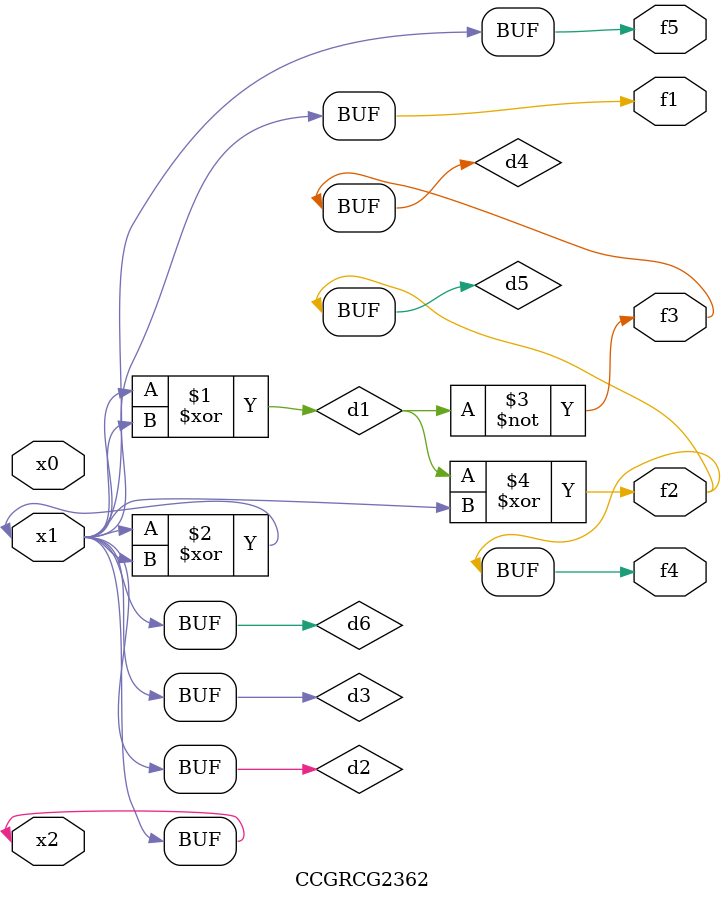
<source format=v>
module CCGRCG2362(
	input x0, x1, x2,
	output f1, f2, f3, f4, f5
);

	wire d1, d2, d3, d4, d5, d6;

	xor (d1, x1, x2);
	buf (d2, x1, x2);
	xor (d3, x1, x2);
	nor (d4, d1);
	xor (d5, d1, d2);
	buf (d6, d2, d3);
	assign f1 = d6;
	assign f2 = d5;
	assign f3 = d4;
	assign f4 = d5;
	assign f5 = d6;
endmodule

</source>
